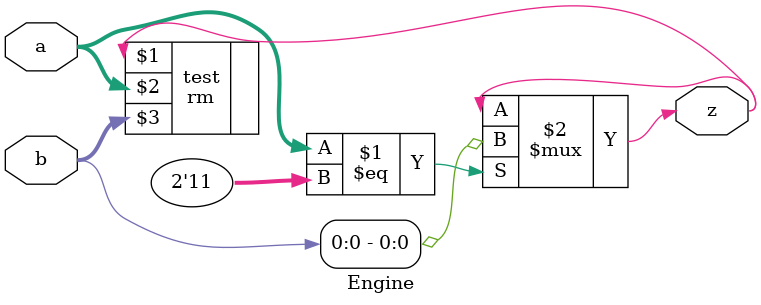
<source format=v>
module Engine(z, a, b);
output z;

input [1:0] a,b;
rm test(z, a, b);
wire z;
assign z = (a==3)?  b[0] : z;//a[0]|b[0]|a[1]|b[1];
endmodule
</source>
